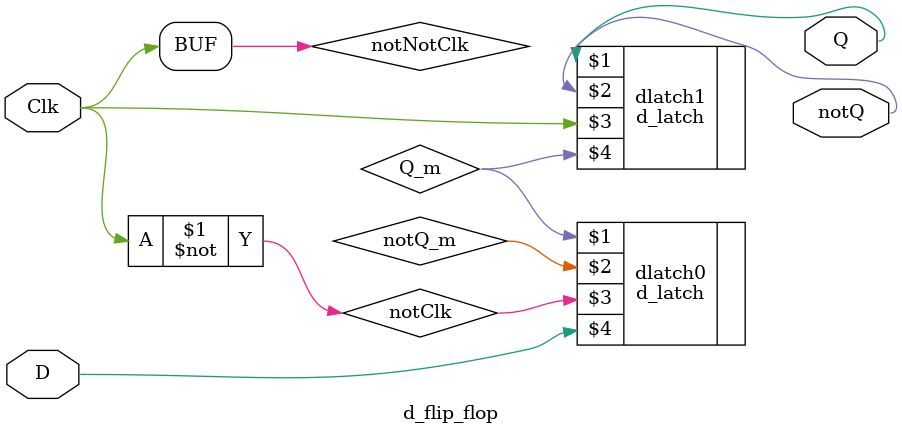
<source format=v>
`timescale 1ns / 1ps
`default_nettype none

module d_flip_flop(Q, notQ, Clk, D);
    
    /* all ports are wires */
    output wire Q, notQ; // outputs of slave latch
    input wire Clk, D;
    
    /* internal nets */
    wire notClk, notNotClk;
    wire Q_m; // output of master latch
    wire notQ_m; // notQ_m will be wired to the d_latch but left unconnected
    
    /* structural level wiring */
    d_latch dlatch0(Q_m, notQ_m, notClk, D);
    d_latch dlatch1(Q, notQ, notNotClk, Q_m);
    
    /* ensure that clock is defined according to schematic */
    assign notClk = ~Clk;
    assign notNotClk = ~(~Clk);
    
endmodule

</source>
